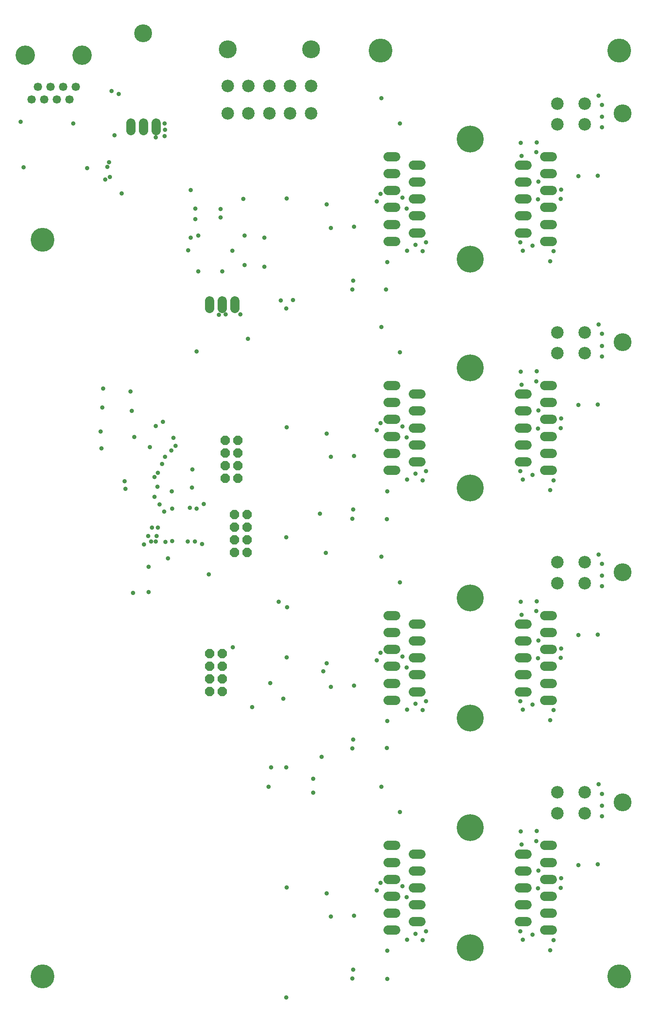
<source format=gbr>
G04 EAGLE Gerber RS-274X export*
G75*
%MOMM*%
%FSLAX34Y34*%
%LPD*%
%INSoldermask Bottom*%
%IPPOS*%
%AMOC8*
5,1,8,0,0,1.08239X$1,22.5*%
G01*
%ADD10C,4.800000*%
%ADD11C,3.600000*%
%ADD12C,1.828800*%
%ADD13C,1.689600*%
%ADD14C,3.901438*%
%ADD15P,1.979475X8X292.500000*%
%ADD16C,2.520000*%
%ADD17C,5.400000*%
%ADD18P,1.979475X8X112.500000*%
%ADD19C,0.907681*%


D10*
X1230000Y70000D03*
X1230000Y1930000D03*
X70000Y70000D03*
X70000Y1550000D03*
X750000Y1930000D03*
D11*
X272500Y1965000D03*
D12*
X247300Y1784720D02*
X247300Y1769480D01*
X272700Y1769480D02*
X272700Y1784720D01*
X298100Y1784720D02*
X298100Y1769480D01*
X456800Y1427120D02*
X456800Y1411880D01*
X431400Y1411880D02*
X431400Y1427120D01*
X406000Y1427120D02*
X406000Y1411880D01*
D13*
X98321Y1832459D03*
X111021Y1857859D03*
X123721Y1832459D03*
X85621Y1857859D03*
X136421Y1857859D03*
X72921Y1832459D03*
X60221Y1857859D03*
X47521Y1832459D03*
D14*
X149121Y1921359D03*
X34821Y1921359D03*
D15*
X456300Y998100D03*
X456300Y972700D03*
X456300Y947300D03*
X456300Y921900D03*
X481700Y998100D03*
X481700Y972700D03*
X481700Y947300D03*
X481700Y921900D03*
X437300Y1147100D03*
X437300Y1121700D03*
X437300Y1096300D03*
X437300Y1070900D03*
X462700Y1147100D03*
X462700Y1121700D03*
X462700Y1096300D03*
X462700Y1070900D03*
D16*
X484000Y1859500D03*
X442000Y1859500D03*
X442000Y1804500D03*
X484000Y1804500D03*
X526000Y1859500D03*
X526000Y1804500D03*
X568000Y1859500D03*
X568000Y1804500D03*
X610000Y1859500D03*
X610000Y1804500D03*
D11*
X610000Y1932500D03*
X442000Y1932500D03*
D12*
X765180Y1717090D02*
X780420Y1717090D01*
X815980Y1700072D02*
X831220Y1700072D01*
X780420Y1683054D02*
X765180Y1683054D01*
X815980Y1666036D02*
X831220Y1666036D01*
X780420Y1649018D02*
X765180Y1649018D01*
X815980Y1632000D02*
X831220Y1632000D01*
X780420Y1614982D02*
X765180Y1614982D01*
X815980Y1597964D02*
X831220Y1597964D01*
X780420Y1580946D02*
X765180Y1580946D01*
X815980Y1563928D02*
X831220Y1563928D01*
X780420Y1546910D02*
X765180Y1546910D01*
X1079580Y1546910D02*
X1094820Y1546910D01*
X1044020Y1563928D02*
X1028780Y1563928D01*
X1079580Y1580946D02*
X1094820Y1580946D01*
X1044020Y1597964D02*
X1028780Y1597964D01*
X1079580Y1614982D02*
X1094820Y1614982D01*
X1044020Y1632000D02*
X1028780Y1632000D01*
X1079580Y1649018D02*
X1094820Y1649018D01*
X1044020Y1666036D02*
X1028780Y1666036D01*
X1079580Y1683054D02*
X1094820Y1683054D01*
X1044020Y1700072D02*
X1028780Y1700072D01*
X1079580Y1717090D02*
X1094820Y1717090D01*
D16*
X1160000Y1782000D03*
X1160000Y1824000D03*
X1105000Y1824000D03*
X1105000Y1782000D03*
D11*
X1236500Y1804000D03*
D17*
X930000Y1752650D03*
X930000Y1511350D03*
D12*
X780420Y1257090D02*
X765180Y1257090D01*
X815980Y1240072D02*
X831220Y1240072D01*
X780420Y1223054D02*
X765180Y1223054D01*
X815980Y1206036D02*
X831220Y1206036D01*
X780420Y1189018D02*
X765180Y1189018D01*
X815980Y1172000D02*
X831220Y1172000D01*
X780420Y1154982D02*
X765180Y1154982D01*
X815980Y1137964D02*
X831220Y1137964D01*
X780420Y1120946D02*
X765180Y1120946D01*
X815980Y1103928D02*
X831220Y1103928D01*
X780420Y1086910D02*
X765180Y1086910D01*
X1079580Y1086910D02*
X1094820Y1086910D01*
X1044020Y1103928D02*
X1028780Y1103928D01*
X1079580Y1120946D02*
X1094820Y1120946D01*
X1044020Y1137964D02*
X1028780Y1137964D01*
X1079580Y1154982D02*
X1094820Y1154982D01*
X1044020Y1172000D02*
X1028780Y1172000D01*
X1079580Y1189018D02*
X1094820Y1189018D01*
X1044020Y1206036D02*
X1028780Y1206036D01*
X1079580Y1223054D02*
X1094820Y1223054D01*
X1044020Y1240072D02*
X1028780Y1240072D01*
X1079580Y1257090D02*
X1094820Y1257090D01*
D16*
X1160000Y1322000D03*
X1160000Y1364000D03*
X1105000Y1364000D03*
X1105000Y1322000D03*
D11*
X1236500Y1344000D03*
D17*
X930000Y1292650D03*
X930000Y1051350D03*
D12*
X780420Y795090D02*
X765180Y795090D01*
X815980Y778072D02*
X831220Y778072D01*
X780420Y761054D02*
X765180Y761054D01*
X815980Y744036D02*
X831220Y744036D01*
X780420Y727018D02*
X765180Y727018D01*
X815980Y710000D02*
X831220Y710000D01*
X780420Y692982D02*
X765180Y692982D01*
X815980Y675964D02*
X831220Y675964D01*
X780420Y658946D02*
X765180Y658946D01*
X815980Y641928D02*
X831220Y641928D01*
X780420Y624910D02*
X765180Y624910D01*
X1079580Y624910D02*
X1094820Y624910D01*
X1044020Y641928D02*
X1028780Y641928D01*
X1079580Y658946D02*
X1094820Y658946D01*
X1044020Y675964D02*
X1028780Y675964D01*
X1079580Y692982D02*
X1094820Y692982D01*
X1044020Y710000D02*
X1028780Y710000D01*
X1079580Y727018D02*
X1094820Y727018D01*
X1044020Y744036D02*
X1028780Y744036D01*
X1079580Y761054D02*
X1094820Y761054D01*
X1044020Y778072D02*
X1028780Y778072D01*
X1079580Y795090D02*
X1094820Y795090D01*
D16*
X1160000Y860000D03*
X1160000Y902000D03*
X1105000Y902000D03*
X1105000Y860000D03*
D11*
X1236500Y882000D03*
D17*
X930000Y830650D03*
X930000Y589350D03*
D12*
X780420Y333090D02*
X765180Y333090D01*
X815980Y316072D02*
X831220Y316072D01*
X780420Y299054D02*
X765180Y299054D01*
X815980Y282036D02*
X831220Y282036D01*
X780420Y265018D02*
X765180Y265018D01*
X815980Y248000D02*
X831220Y248000D01*
X780420Y230982D02*
X765180Y230982D01*
X815980Y213964D02*
X831220Y213964D01*
X780420Y196946D02*
X765180Y196946D01*
X815980Y179928D02*
X831220Y179928D01*
X780420Y162910D02*
X765180Y162910D01*
X1079580Y162910D02*
X1094820Y162910D01*
X1044020Y179928D02*
X1028780Y179928D01*
X1079580Y196946D02*
X1094820Y196946D01*
X1044020Y213964D02*
X1028780Y213964D01*
X1079580Y230982D02*
X1094820Y230982D01*
X1044020Y248000D02*
X1028780Y248000D01*
X1079580Y265018D02*
X1094820Y265018D01*
X1044020Y282036D02*
X1028780Y282036D01*
X1079580Y299054D02*
X1094820Y299054D01*
X1044020Y316072D02*
X1028780Y316072D01*
X1079580Y333090D02*
X1094820Y333090D01*
D16*
X1160000Y398000D03*
X1160000Y440000D03*
X1105000Y440000D03*
X1105000Y398000D03*
D11*
X1236500Y420000D03*
D17*
X930000Y368650D03*
X930000Y127350D03*
D18*
X431700Y642900D03*
X431700Y668300D03*
X431700Y693700D03*
X431700Y719100D03*
X406300Y642900D03*
X406300Y668300D03*
X406300Y693700D03*
X406300Y719100D03*
D19*
X132000Y1784000D03*
X26000Y1787000D03*
X312000Y1184000D03*
X246500Y1245500D03*
X302000Y1081782D03*
X274000Y938000D03*
X294782Y1033500D03*
X298000Y1176000D03*
X249000Y1206000D03*
X294782Y1073238D03*
X285500Y1133500D03*
X254000Y1154000D03*
X300782Y1054000D03*
X32000Y1696000D03*
X160000Y1694300D03*
X204000Y1706000D03*
X215000Y1760000D03*
X200000Y1697000D03*
X377000Y1613000D03*
X377000Y1592000D03*
X695000Y1468000D03*
X650000Y1574000D03*
X696000Y1576000D03*
X794000Y1635000D03*
X802000Y1613000D03*
X742000Y1627000D03*
X750000Y1642000D03*
X1066000Y1631000D03*
X1067000Y1667000D03*
X1113000Y1651000D03*
X1112000Y1632000D03*
X1148000Y1678000D03*
X1187000Y1679000D03*
X695000Y1008000D03*
X650000Y1114000D03*
X696000Y1116000D03*
X794000Y1175000D03*
X802000Y1153000D03*
X742000Y1167000D03*
X750000Y1182000D03*
X1066000Y1171000D03*
X1067000Y1207000D03*
X1113000Y1191000D03*
X1112000Y1172000D03*
X1148000Y1218000D03*
X1187000Y1219000D03*
X695000Y546000D03*
X650000Y652000D03*
X696000Y654000D03*
X794000Y713000D03*
X802000Y691000D03*
X742000Y705000D03*
X750000Y720000D03*
X1066000Y709000D03*
X1067000Y745000D03*
X1113000Y729000D03*
X1112000Y710000D03*
X1148000Y756000D03*
X1187000Y757000D03*
X695000Y84000D03*
X650000Y190000D03*
X696000Y192000D03*
X794000Y251000D03*
X802000Y229000D03*
X742000Y243000D03*
X750000Y258000D03*
X1066000Y247000D03*
X1067000Y283000D03*
X1113000Y267000D03*
X1112000Y248000D03*
X1148000Y294000D03*
X1187000Y295000D03*
X452000Y1528000D03*
X363000Y1529000D03*
X476000Y1559000D03*
X516000Y1554000D03*
X431000Y1487000D03*
X368000Y1650000D03*
X483000Y1351000D03*
X370000Y1052000D03*
X394000Y1019000D03*
X391000Y939000D03*
X404000Y878000D03*
X380000Y1010000D03*
X366000Y1012000D03*
X376000Y944000D03*
X362000Y944000D03*
X317000Y943000D03*
X298000Y944000D03*
X331000Y945000D03*
X235000Y1065100D03*
X310000Y1100000D03*
X333000Y1152000D03*
X229000Y1643000D03*
X283000Y842000D03*
X283000Y893000D03*
X252000Y841000D03*
X331000Y1010000D03*
X314704Y1004204D03*
X282000Y955000D03*
X299000Y955000D03*
X209000Y1849000D03*
X223000Y1843000D03*
X428000Y1612000D03*
X428000Y1595000D03*
X834000Y1527000D03*
X841000Y1545000D03*
X820000Y1540000D03*
X803000Y1528000D03*
X1033000Y1719000D03*
X1063000Y1726000D03*
X1064000Y1746000D03*
X1032000Y1745000D03*
X1091000Y1507000D03*
X834000Y1067000D03*
X841000Y1085000D03*
X820000Y1080000D03*
X803000Y1068000D03*
X1033000Y1259000D03*
X1063000Y1266000D03*
X1064000Y1286000D03*
X1032000Y1285000D03*
X1091000Y1047000D03*
X834000Y605000D03*
X841000Y623000D03*
X820000Y618000D03*
X803000Y606000D03*
X1033000Y797000D03*
X1063000Y804000D03*
X1064000Y824000D03*
X1032000Y823000D03*
X1091000Y585000D03*
X834000Y143000D03*
X841000Y161000D03*
X820000Y156000D03*
X803000Y144000D03*
X1033000Y335000D03*
X1063000Y342000D03*
X1064000Y362000D03*
X1032000Y361000D03*
X1091000Y123000D03*
X474000Y1632000D03*
X315000Y1784000D03*
X316000Y1771000D03*
X315000Y1758000D03*
X298000Y1756000D03*
X205000Y1676000D03*
X196000Y1671000D03*
X288000Y944000D03*
X322000Y910000D03*
X302000Y972000D03*
X237000Y1050000D03*
X329000Y1127000D03*
X316000Y1114000D03*
X337000Y1136000D03*
X330000Y1045000D03*
X192000Y1251000D03*
X187000Y1165000D03*
X188000Y1131000D03*
X190000Y1213000D03*
X305000Y1018000D03*
X290000Y971500D03*
X561000Y1633000D03*
X560000Y1412000D03*
X561000Y1173000D03*
X560000Y952000D03*
X561000Y711000D03*
X560000Y490000D03*
X561000Y249000D03*
X560000Y28000D03*
X425000Y1399000D03*
X438000Y1400000D03*
X574000Y1429000D03*
X549000Y1428000D03*
X763000Y65000D03*
X693000Y1450000D03*
X693000Y990000D03*
X693000Y528000D03*
X693000Y66000D03*
X516000Y1496000D03*
X476000Y1499000D03*
X383000Y1487000D03*
X383000Y1559000D03*
X368000Y1554000D03*
X468000Y1400000D03*
X371000Y1089000D03*
X380000Y1326000D03*
X762000Y529000D03*
X762000Y989000D03*
X761000Y1450000D03*
X1055000Y1538000D03*
X1188000Y1840000D03*
X1195000Y1821000D03*
X1195000Y1797000D03*
X1195000Y1776000D03*
X1036000Y1528000D03*
X1098000Y1527000D03*
X1031000Y1545000D03*
X1055000Y1078000D03*
X1188000Y1380000D03*
X1195000Y1361000D03*
X1195000Y1337000D03*
X1195000Y1316000D03*
X1036000Y1068000D03*
X1098000Y1067000D03*
X1031000Y1085000D03*
X751000Y1375000D03*
X641000Y1161000D03*
X789000Y1324000D03*
X763000Y1045000D03*
X639500Y921000D03*
X562000Y811500D03*
X628000Y1000000D03*
X544500Y823000D03*
X452500Y731000D03*
X1055000Y616000D03*
X1188000Y918000D03*
X1195000Y899000D03*
X1195000Y875000D03*
X1195000Y854000D03*
X1036000Y606000D03*
X1098000Y605000D03*
X1031000Y623000D03*
X751000Y913000D03*
X641000Y699000D03*
X789000Y862000D03*
X763000Y583000D03*
X631000Y511000D03*
X528000Y659500D03*
X634500Y683500D03*
X554500Y628500D03*
X491500Y611500D03*
X1055000Y154000D03*
X1188000Y456000D03*
X1195000Y437000D03*
X1195000Y413000D03*
X1195000Y392000D03*
X1036000Y144000D03*
X1098000Y143000D03*
X1031000Y161000D03*
X751000Y451000D03*
X641000Y237000D03*
X789000Y400000D03*
X763000Y122000D03*
X614500Y467500D03*
X529500Y490500D03*
X614500Y439500D03*
X524500Y451500D03*
X751000Y1835000D03*
X641000Y1621000D03*
X789000Y1784000D03*
X763000Y1505000D03*
M02*

</source>
